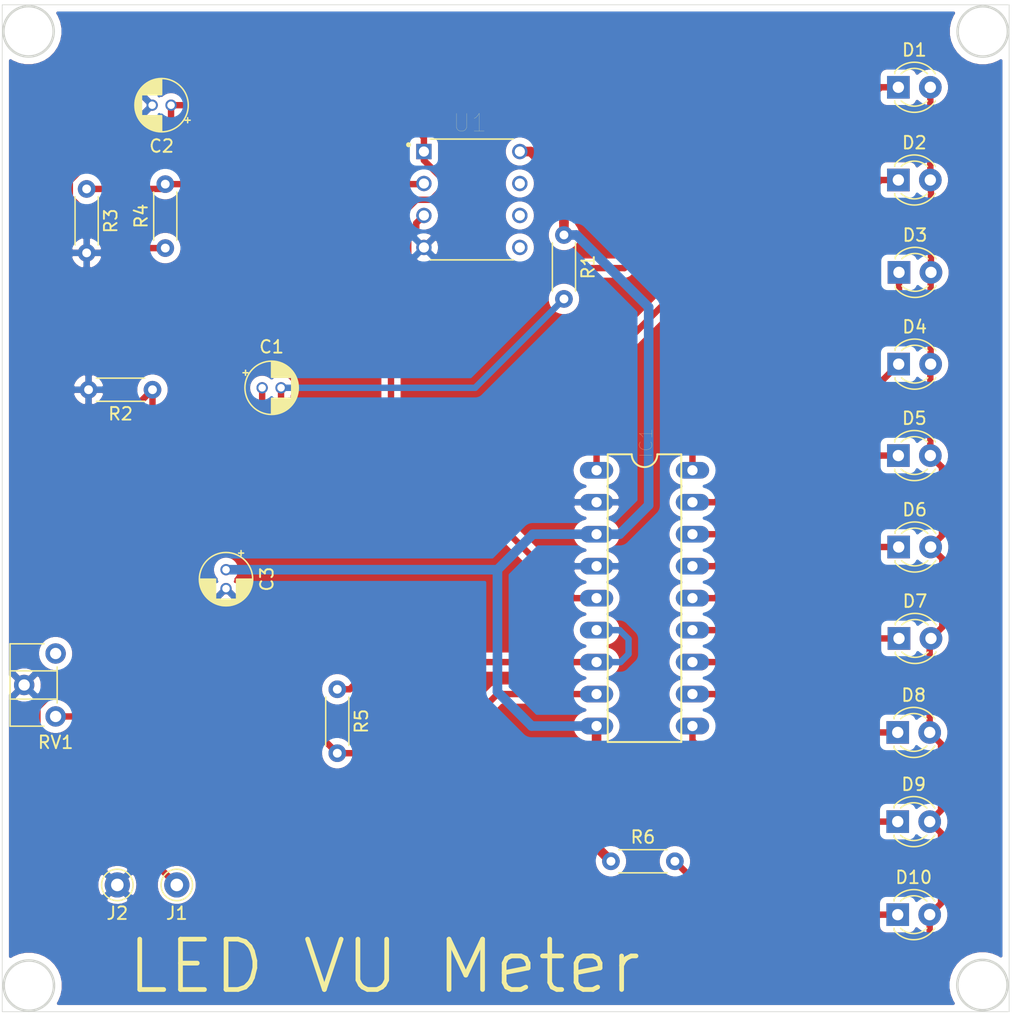
<source format=kicad_pcb>
(kicad_pcb (version 20171130) (host pcbnew "(5.1.5)-3")
  (layers (0 F.Cu signal) (31 B.Cu signal) (34 B.Paste user) (35 F.Paste user) (36 B.SilkS user) (37 F.SilkS user) (38 B.Mask user) (39 F.Mask user) (44 Edge.Cuts user))
  (net 0 "")
  (net 1 "Net-(C1-Pad1)")
  (net 2 "Net-(C1-Pad2)")
  (net 3 GND)
  (net 4 "Net-(C2-Pad1)")
  (net 5 +5V)
  (net 6 "Net-(D1-Pad1)")
  (net 7 "Net-(D1-Pad2)")
  (net 8 "Net-(D2-Pad1)")
  (net 9 "Net-(D3-Pad1)")
  (net 10 "Net-(D4-Pad1)")
  (net 11 "Net-(D5-Pad1)")
  (net 12 "Net-(D6-Pad1)")
  (net 13 "Net-(D7-Pad1)")
  (net 14 "Net-(D8-Pad1)")
  (net 15 "Net-(D9-Pad1)")
  (net 16 "Net-(D10-Pad1)")
  (net 17 "Net-(R3-Pad1)")
  (net 18 "Net-(RV1-Pad3)")
  (net 19 "Net-(IC1-Pad6)")
  (net 20 "Net-(IC1-Pad8)")
  (module Capacitor_THT:CP_Radial_D4.0mm_P1.50mm (layer F.Cu) (at 120.65 80.9752)
    (fp_text reference C1 (at 0.75 -3.25) (layer F.SilkS))
    (fp_text value 0.1uF)
    (pad 1 thru_hole circle (at 0 0) (size 0.9 0.9) (drill 0.6) (layers *.Cu *.Mask) (net 1 "Net-(C1-Pad1)"))
    (pad 2 thru_hole circle (at 1.5 0) (size 0.9 0.9) (drill 0.6) (layers *.Cu *.Mask) (net 2 "Net-(C1-Pad2)"))
  )
  (module Capacitor_THT:CP_Radial_D4.0mm_P1.50mm (layer F.Cu) (at 113.411 58.5216 180)
    (fp_text reference C2 (at 0.75 -3.25) (layer F.SilkS))
    (fp_text value 0.1uF)
    (pad 2 thru_hole circle (at 1.5 0 180) (size 0.9 0.9) (drill 0.6) (layers *.Cu *.Mask) (net 3 GND))
    (pad 1 thru_hole circle (at 0 0 180) (size 0.9 0.9) (drill 0.6) (layers *.Cu *.Mask) (net 4 "Net-(C2-Pad1)"))
  )
  (module Capacitor_THT:CP_Radial_D4.0mm_P1.50mm (layer F.Cu) (at 117.7798 95.4278 270)
    (fp_text reference C3 (at 0.75 -3.25 90) (layer F.SilkS))
    (fp_text value 0.1uF)
    (pad 1 thru_hole circle (at 0 0 270) (size 0.9 0.9) (drill 0.6) (layers *.Cu *.Mask) (net 5 +5V))
    (pad 2 thru_hole circle (at 1.5 0 270) (size 0.9 0.9) (drill 0.6) (layers *.Cu *.Mask) (net 3 GND))
  )
  (module LED_THT:LED_D3.0mm (layer F.Cu) (at 171.196 57.0992)
    (fp_text reference D1 (at 1.27 -2.96) (layer F.SilkS))
    (fp_text value LED)
    (pad 1 thru_hole rect (at 0 0) (size 1.8 1.8) (drill 0.9) (layers *.Cu *.Mask) (net 6 "Net-(D1-Pad1)"))
    (pad 2 thru_hole circle (at 2.54 0) (size 1.8 1.8) (drill 0.9) (layers *.Cu *.Mask) (net 7 "Net-(D1-Pad2)"))
  )
  (module LED_THT:LED_D3.0mm (layer F.Cu) (at 171.196 64.4652)
    (fp_text reference D2 (at 1.27 -2.96) (layer F.SilkS))
    (fp_text value LED)
    (pad 2 thru_hole circle (at 2.54 0) (size 1.8 1.8) (drill 0.9) (layers *.Cu *.Mask) (net 7 "Net-(D1-Pad2)"))
    (pad 1 thru_hole rect (at 0 0) (size 1.8 1.8) (drill 0.9) (layers *.Cu *.Mask) (net 8 "Net-(D2-Pad1)"))
  )
  (module LED_THT:LED_D3.0mm (layer F.Cu) (at 171.2468 71.8058)
    (fp_text reference D3 (at 1.27 -2.96) (layer F.SilkS))
    (fp_text value LED)
    (pad 1 thru_hole rect (at 0 0) (size 1.8 1.8) (drill 0.9) (layers *.Cu *.Mask) (net 9 "Net-(D3-Pad1)"))
    (pad 2 thru_hole circle (at 2.54 0) (size 1.8 1.8) (drill 0.9) (layers *.Cu *.Mask) (net 7 "Net-(D1-Pad2)"))
  )
  (module LED_THT:LED_D3.0mm (layer F.Cu) (at 171.2214 79.0956)
    (fp_text reference D4 (at 1.27 -2.96) (layer F.SilkS))
    (fp_text value LED)
    (pad 2 thru_hole circle (at 2.54 0) (size 1.8 1.8) (drill 0.9) (layers *.Cu *.Mask) (net 7 "Net-(D1-Pad2)"))
    (pad 1 thru_hole rect (at 0 0) (size 1.8 1.8) (drill 0.9) (layers *.Cu *.Mask) (net 10 "Net-(D4-Pad1)"))
  )
  (module LED_THT:LED_D3.0mm (layer F.Cu) (at 171.196 86.36)
    (fp_text reference D5 (at 1.27 -2.96) (layer F.SilkS))
    (fp_text value LED)
    (pad 1 thru_hole rect (at 0 0) (size 1.8 1.8) (drill 0.9) (layers *.Cu *.Mask) (net 11 "Net-(D5-Pad1)"))
    (pad 2 thru_hole circle (at 2.54 0) (size 1.8 1.8) (drill 0.9) (layers *.Cu *.Mask) (net 7 "Net-(D1-Pad2)"))
  )
  (module LED_THT:LED_D3.0mm (layer F.Cu) (at 171.2214 93.6244)
    (fp_text reference D6 (at 1.27 -2.96) (layer F.SilkS))
    (fp_text value LED)
    (pad 2 thru_hole circle (at 2.54 0) (size 1.8 1.8) (drill 0.9) (layers *.Cu *.Mask) (net 7 "Net-(D1-Pad2)"))
    (pad 1 thru_hole rect (at 0 0) (size 1.8 1.8) (drill 0.9) (layers *.Cu *.Mask) (net 12 "Net-(D6-Pad1)"))
  )
  (module LED_THT:LED_D3.0mm (layer F.Cu) (at 171.2468 100.8888)
    (fp_text reference D7 (at 1.27 -2.96) (layer F.SilkS))
    (fp_text value LED)
    (pad 1 thru_hole rect (at 0 0) (size 1.8 1.8) (drill 0.9) (layers *.Cu *.Mask) (net 13 "Net-(D7-Pad1)"))
    (pad 2 thru_hole circle (at 2.54 0) (size 1.8 1.8) (drill 0.9) (layers *.Cu *.Mask) (net 7 "Net-(D1-Pad2)"))
  )
  (module LED_THT:LED_D3.0mm (layer F.Cu) (at 171.1452 108.3564)
    (fp_text reference D8 (at 1.27 -2.96) (layer F.SilkS))
    (fp_text value LED)
    (pad 2 thru_hole circle (at 2.54 0) (size 1.8 1.8) (drill 0.9) (layers *.Cu *.Mask) (net 7 "Net-(D1-Pad2)"))
    (pad 1 thru_hole rect (at 0 0) (size 1.8 1.8) (drill 0.9) (layers *.Cu *.Mask) (net 14 "Net-(D8-Pad1)"))
  )
  (module LED_THT:LED_D3.0mm (layer F.Cu) (at 171.1452 115.443)
    (fp_text reference D9 (at 1.27 -2.96) (layer F.SilkS))
    (fp_text value LED)
    (pad 1 thru_hole rect (at 0 0) (size 1.8 1.8) (drill 0.9) (layers *.Cu *.Mask) (net 15 "Net-(D9-Pad1)"))
    (pad 2 thru_hole circle (at 2.54 0) (size 1.8 1.8) (drill 0.9) (layers *.Cu *.Mask) (net 7 "Net-(D1-Pad2)"))
  )
  (module LED_THT:LED_D3.0mm (layer F.Cu) (at 171.1452 122.8344)
    (fp_text reference D10 (at 1.27 -2.96) (layer F.SilkS))
    (fp_text value LED)
    (pad 2 thru_hole circle (at 2.54 0) (size 1.8 1.8) (drill 0.9) (layers *.Cu *.Mask) (net 7 "Net-(D1-Pad2)"))
    (pad 1 thru_hole rect (at 0 0) (size 1.8 1.8) (drill 0.9) (layers *.Cu *.Mask) (net 16 "Net-(D10-Pad1)"))
  )
  (module Resistor_THT:R_Axial_DIN0204_L3.6mm_D1.6mm_P5.08mm_Horizontal (layer F.Cu) (at 144.6276 68.834 270)
    (fp_text reference R1 (at 2.54 -1.92 90) (layer F.SilkS))
    (fp_text value 10k)
    (pad 1 thru_hole circle (at 0 0 270) (size 1.4 1.4) (drill 0.7) (layers *.Cu *.Mask) (net 5 +5V))
    (pad 2 thru_hole oval (at 5.08 0 270) (size 1.4 1.4) (drill 0.7) (layers *.Cu *.Mask) (net 2 "Net-(C1-Pad2)"))
  )
  (module Resistor_THT:R_Axial_DIN0204_L3.6mm_D1.6mm_P5.08mm_Horizontal (layer F.Cu) (at 111.9378 81.1276 180)
    (fp_text reference R2 (at 2.54 -1.92) (layer F.SilkS))
    (fp_text value 100k)
    (pad 2 thru_hole oval (at 5.08 0 180) (size 1.4 1.4) (drill 0.7) (layers *.Cu *.Mask) (net 3 GND))
    (pad 1 thru_hole circle (at 0 0 180) (size 1.4 1.4) (drill 0.7) (layers *.Cu *.Mask) (net 1 "Net-(C1-Pad1)"))
  )
  (module Resistor_THT:R_Axial_DIN0204_L3.6mm_D1.6mm_P5.08mm_Horizontal (layer F.Cu) (at 106.7054 65.1764 270)
    (fp_text reference R3 (at 2.54 -1.92 90) (layer F.SilkS))
    (fp_text value 1k)
    (pad 1 thru_hole circle (at 0 0 270) (size 1.4 1.4) (drill 0.7) (layers *.Cu *.Mask) (net 17 "Net-(R3-Pad1)"))
    (pad 2 thru_hole oval (at 5.08 0 270) (size 1.4 1.4) (drill 0.7) (layers *.Cu *.Mask) (net 3 GND))
  )
  (module Resistor_THT:R_Axial_DIN0204_L3.6mm_D1.6mm_P5.08mm_Horizontal (layer F.Cu) (at 112.9538 69.8754 90)
    (fp_text reference R4 (at 2.54 -1.92 90) (layer F.SilkS))
    (fp_text value 100k)
    (pad 2 thru_hole oval (at 5.08 0 90) (size 1.4 1.4) (drill 0.7) (layers *.Cu *.Mask) (net 17 "Net-(R3-Pad1)"))
    (pad 1 thru_hole circle (at 0 0 90) (size 1.4 1.4) (drill 0.7) (layers *.Cu *.Mask) (net 4 "Net-(C2-Pad1)"))
  )
  (module Resistor_THT:R_Axial_DIN0204_L3.6mm_D1.6mm_P5.08mm_Horizontal (layer F.Cu) (at 126.619 104.9274 270)
    (fp_text reference R5 (at 2.54 -1.92 90) (layer F.SilkS))
    (fp_text value 1k)
    (pad 2 thru_hole oval (at 5.08 0 270) (size 1.4 1.4) (drill 0.7) (layers *.Cu *.Mask) (net 20 "Net-(IC1-Pad8)"))
    (pad 1 thru_hole circle (at 0 0 270) (size 1.4 1.4) (drill 0.7) (layers *.Cu *.Mask) (net 19 "Net-(IC1-Pad6)"))
  )
  (module Resistor_THT:R_Axial_DIN0204_L3.6mm_D1.6mm_P5.08mm_Horizontal (layer F.Cu) (at 148.3614 118.5926)
    (fp_text reference R6 (at 2.54 -1.92) (layer F.SilkS))
    (fp_text value 1k)
    (pad 1 thru_hole circle (at 0 0) (size 1.4 1.4) (drill 0.7) (layers *.Cu *.Mask) (net 5 +5V))
    (pad 2 thru_hole oval (at 5.08 0) (size 1.4 1.4) (drill 0.7) (layers *.Cu *.Mask) (net 7 "Net-(D1-Pad2)"))
  )
  (module Potentiometer_THT:Potentiometer_ACP_CA6-H2,5_Horizontal (layer F.Cu) (at 104.2416 107.0864 180)
    (fp_text reference RV1 (at 0 -2.06) (layer F.SilkS))
    (fp_text value 47k)
    (pad 3 thru_hole circle (at 0 5 180) (size 1.62 1.62) (drill 0.9) (layers *.Cu *.Mask) (net 18 "Net-(RV1-Pad3)"))
    (pad 2 thru_hole circle (at 2.5 2.5 180) (size 1.62 1.62) (drill 0.9) (layers *.Cu *.Mask) (net 3 GND))
    (pad 1 thru_hole circle (at 0 0 180) (size 1.62 1.62) (drill 0.9) (layers *.Cu *.Mask) (net 20 "Net-(IC1-Pad8)"))
  )
  (module LM3914N:DIL18 (layer F.Cu) (at 151.0284 97.6884 270)
    (fp_text reference IC1 (at -12.33872 -0.12721 270) (layer F.SilkS) (effects (font (size 1.001606 1.001606) (thickness 0.015))))
    (fp_text value LM3914N)
    (pad 1 thru_hole oval (at -10.16 3.81 270) (size 1.3208 2.6416) (drill 0.8128) (layers *.Cu *.Mask) (net 6 "Net-(D1-Pad1)"))
    (pad 2 thru_hole oval (at -7.62 3.81 270) (size 1.3208 2.6416) (drill 0.8128) (layers *.Cu *.Mask) (net 3 GND))
    (pad 7 thru_hole oval (at 5.08 3.81 270) (size 1.3208 2.6416) (drill 0.8128) (layers *.Cu *.Mask) (net 19 "Net-(IC1-Pad6)"))
    (pad 8 thru_hole oval (at 7.62 3.81 270) (size 1.3208 2.6416) (drill 0.8128) (layers *.Cu *.Mask) (net 20 "Net-(IC1-Pad8)"))
    (pad 3 thru_hole oval (at -5.08 3.81 270) (size 1.3208 2.6416) (drill 0.8128) (layers *.Cu *.Mask) (net 5 +5V))
    (pad 4 thru_hole oval (at -2.54 3.81 270) (size 1.3208 2.6416) (drill 0.8128) (layers *.Cu *.Mask) (net 3 GND))
    (pad 6 thru_hole oval (at 2.54 3.81 270) (size 1.3208 2.6416) (drill 0.8128) (layers *.Cu *.Mask) (net 19 "Net-(IC1-Pad6)"))
    (pad 5 thru_hole oval (at 0 3.81 270) (size 1.3208 2.6416) (drill 0.8128) (layers *.Cu *.Mask) (net 4 "Net-(C2-Pad1)"))
    (pad 9 thru_hole oval (at 10.16 3.81 270) (size 1.3208 2.6416) (drill 0.8128) (layers *.Cu *.Mask) (net 5 +5V))
    (pad 10 thru_hole oval (at 10.16 -3.81 270) (size 1.3208 2.6416) (drill 0.8128) (layers *.Cu *.Mask) (net 16 "Net-(D10-Pad1)"))
    (pad 11 thru_hole oval (at 7.62 -3.81 270) (size 1.3208 2.6416) (drill 0.8128) (layers *.Cu *.Mask) (net 15 "Net-(D9-Pad1)"))
    (pad 12 thru_hole oval (at 5.08 -3.81 270) (size 1.3208 2.6416) (drill 0.8128) (layers *.Cu *.Mask) (net 14 "Net-(D8-Pad1)"))
    (pad 13 thru_hole oval (at 2.54 -3.81 270) (size 1.3208 2.6416) (drill 0.8128) (layers *.Cu *.Mask) (net 13 "Net-(D7-Pad1)"))
    (pad 14 thru_hole oval (at 0 -3.81 270) (size 1.3208 2.6416) (drill 0.8128) (layers *.Cu *.Mask) (net 12 "Net-(D6-Pad1)"))
    (pad 15 thru_hole oval (at -2.54 -3.81 270) (size 1.3208 2.6416) (drill 0.8128) (layers *.Cu *.Mask) (net 11 "Net-(D5-Pad1)"))
    (pad 16 thru_hole oval (at -5.08 -3.81 270) (size 1.3208 2.6416) (drill 0.8128) (layers *.Cu *.Mask) (net 10 "Net-(D4-Pad1)"))
    (pad 17 thru_hole oval (at -7.62 -3.81 270) (size 1.3208 2.6416) (drill 0.8128) (layers *.Cu *.Mask) (net 9 "Net-(D3-Pad1)"))
    (pad 18 thru_hole oval (at -10.16 -3.81 270) (size 1.3208 2.6416) (drill 0.8128) (layers *.Cu *.Mask) (net 8 "Net-(D2-Pad1)"))
  )
  (module LM358N:DIP762W46P254L960H508Q8 (layer F.Cu) (at 137.3124 66.0146)
    (fp_text reference U1 (at -0.155 -6.089) (layer F.SilkS) (effects (font (size 1.4 1.4) (thickness 0.015))))
    (fp_text value LM358N)
    (pad 1 thru_hole rect (at -3.81 -3.81) (size 1.22 1.22) (drill 0.81) (layers *.Cu *.Mask) (net 4 "Net-(C2-Pad1)"))
    (pad 2 thru_hole circle (at -3.81 -1.27) (size 1.22 1.22) (drill 0.81) (layers *.Cu *.Mask) (net 17 "Net-(R3-Pad1)"))
    (pad 3 thru_hole circle (at -3.81 1.27) (size 1.22 1.22) (drill 0.81) (layers *.Cu *.Mask) (net 1 "Net-(C1-Pad1)"))
    (pad 4 thru_hole circle (at -3.81 3.81) (size 1.22 1.22) (drill 0.81) (layers *.Cu *.Mask) (net 3 GND))
    (pad 5 thru_hole circle (at 3.81 3.81) (size 1.22 1.22) (drill 0.81) (layers *.Cu *.Mask))
    (pad 6 thru_hole circle (at 3.81 1.27) (size 1.22 1.22) (drill 0.81) (layers *.Cu *.Mask))
    (pad 7 thru_hole circle (at 3.81 -1.27) (size 1.22 1.22) (drill 0.81) (layers *.Cu *.Mask))
    (pad 8 thru_hole circle (at 3.81 -3.81) (size 1.22 1.22) (drill 0.81) (layers *.Cu *.Mask) (net 5 +5V))
  )
  (module Connector_Pin:Pin_D1.0mm_L10.0mm (layer F.Cu) (at 113.8682 120.4722)
    (fp_text reference J1 (at 0 2.25) (layer F.SilkS))
    (fp_text value "+ pin")
    (pad 1 thru_hole circle (at 0 0) (size 2 2) (drill 1) (layers *.Cu *.Mask) (net 2 "Net-(C1-Pad2)"))
  )
  (module Connector_Pin:Pin_D1.0mm_L10.0mm (layer F.Cu) (at 109.1438 120.4722)
    (fp_text reference J2 (at 0 2.25) (layer F.SilkS))
    (fp_text value "- pin")
    (pad 1 thru_hole circle (at 0 0) (size 2 2) (drill 1) (layers *.Cu *.Mask) (net 3 GND))
  )
  (gr_circle (center 102.0892 52.6542) (end 104.0892 52.6542) (layer Edge.Cuts) (width 0.2))
  (gr_circle (center 177.9016 52.6608) (end 179.9016 52.6608) (layer Edge.Cuts) (width 0.2))
  (gr_circle (center 177.8762 128.429) (end 179.8762 128.429) (layer Edge.Cuts) (width 0.2))
  (gr_circle (center 102.1146 128.4732) (end 104.1146 128.4732) (layer Edge.Cuts) (width 0.2))
  (gr_text "LED VU Meter" (at 130.3528 126.9492) (layer F.SilkS) (effects (font (size 4 4) (thickness 0.375))))
  (gr_line (start 100 130.546) (end 100 50.546) (layer Edge.Cuts) (width 0.05))
  (gr_line (start 180 130.546) (end 100 130.546) (layer Edge.Cuts) (width 0.05))
  (gr_line (start 180 50.546) (end 180 130.546) (layer Edge.Cuts) (width 0.05))
  (gr_line (start 100 50.546) (end 180 50.546) (layer Edge.Cuts) (width 0.05))
  (segment (start 112.522 83.2358) (end 119.4974 83.2358) (width 0.508) (layer F.Cu) (net 1))
  (segment (start 119.4974 83.2358) (end 120.65 82.0832) (width 0.508) (layer F.Cu) (net 1))
  (segment (start 111.9378 82.6516) (end 112.522 83.2358) (width 0.508) (layer F.Cu) (net 1))
  (segment (start 120.65 82.0832) (end 120.65 80.9752) (width 0.508) (layer F.Cu) (net 1))
  (segment (start 111.9378 81.1276) (end 111.9378 82.6516) (width 0.508) (layer F.Cu) (net 1))
  (segment (start 132.892401 67.894599) (end 133.5024 67.2846) (width 0.508) (layer F.Cu) (net 1))
  (segment (start 132.257399 68.885201) (end 132.892401 68.250199) (width 0.508) (layer F.Cu) (net 1))
  (segment (start 132.257399 70.422201) (end 132.257399 68.885201) (width 0.508) (layer F.Cu) (net 1))
  (segment (start 101.67618 61.010922) (end 107.178523 55.508579) (width 0.508) (layer F.Cu) (net 1))
  (segment (start 149.426648 71.464401) (end 133.299599 71.464401) (width 0.508) (layer F.Cu) (net 1))
  (segment (start 132.892401 68.250199) (end 132.892401 67.894599) (width 0.508) (layer F.Cu) (net 1))
  (segment (start 109.713789 83.351611) (end 105.84876 83.351611) (width 0.508) (layer F.Cu) (net 1))
  (segment (start 148.116979 55.508579) (end 152.7302 60.1218) (width 0.508) (layer F.Cu) (net 1))
  (segment (start 101.67618 79.179031) (end 101.67618 61.010922) (width 0.508) (layer F.Cu) (net 1))
  (segment (start 111.9378 81.1276) (end 109.713789 83.351611) (width 0.508) (layer F.Cu) (net 1))
  (segment (start 105.84876 83.351611) (end 101.67618 79.179031) (width 0.508) (layer F.Cu) (net 1))
  (segment (start 107.178523 55.508579) (end 148.116979 55.508579) (width 0.508) (layer F.Cu) (net 1))
  (segment (start 152.7302 60.1218) (end 152.7302 68.160849) (width 0.508) (layer F.Cu) (net 1))
  (segment (start 152.7302 68.160849) (end 149.426648 71.464401) (width 0.508) (layer F.Cu) (net 1))
  (segment (start 133.299599 71.464401) (end 132.257399 70.422201) (width 0.508) (layer F.Cu) (net 1))
  (segment (start 113.168201 119.772201) (end 113.8682 120.4722) (width 0.508) (layer F.Cu) (net 2))
  (segment (start 102.796599 109.400599) (end 113.168201 119.772201) (width 0.508) (layer F.Cu) (net 2))
  (segment (start 122.15 87.039398) (end 102.796599 106.392799) (width 0.508) (layer F.Cu) (net 2))
  (segment (start 102.796599 106.392799) (end 102.796599 109.400599) (width 0.508) (layer F.Cu) (net 2))
  (segment (start 122.15 80.9752) (end 122.15 87.039398) (width 0.508) (layer F.Cu) (net 2))
  (segment (start 137.5664 80.9752) (end 144.6276 73.914) (width 0.508) (layer B.Cu) (net 2))
  (segment (start 122.15 80.9752) (end 137.5664 80.9752) (width 0.508) (layer B.Cu) (net 2))
  (segment (start 106.7054 80.9752) (end 106.8578 81.1276) (width 0.508) (layer F.Cu) (net 3))
  (segment (start 133.5024 61.0866) (end 133.5024 62.2046) (width 0.508) (layer F.Cu) (net 4))
  (segment (start 130.9374 58.5216) (end 133.5024 61.0866) (width 0.508) (layer F.Cu) (net 4))
  (segment (start 113.411 58.5216) (end 130.9374 58.5216) (width 0.508) (layer F.Cu) (net 4))
  (segment (start 105.370399 65.817201) (end 105.370399 64.535599) (width 0.508) (layer F.Cu) (net 4))
  (segment (start 112.9538 69.8754) (end 109.428598 69.8754) (width 0.508) (layer F.Cu) (net 4))
  (segment (start 105.370399 64.535599) (end 109.199998 60.706) (width 0.508) (layer F.Cu) (net 4))
  (segment (start 109.428598 69.8754) (end 105.370399 65.817201) (width 0.508) (layer F.Cu) (net 4))
  (segment (start 113.411 59.6296) (end 113.411 58.5216) (width 0.508) (layer F.Cu) (net 4))
  (segment (start 112.3346 60.706) (end 113.411 59.6296) (width 0.508) (layer F.Cu) (net 4))
  (segment (start 109.199998 60.706) (end 112.3346 60.706) (width 0.508) (layer F.Cu) (net 4))
  (segment (start 132.904799 66.039599) (end 130.8862 68.058198) (width 0.508) (layer F.Cu) (net 4))
  (segment (start 133.5024 62.901998) (end 135.1026 64.502198) (width 0.508) (layer F.Cu) (net 4))
  (segment (start 133.5024 62.2046) (end 133.5024 62.901998) (width 0.508) (layer F.Cu) (net 4))
  (segment (start 134.100001 66.039599) (end 132.904799 66.039599) (width 0.508) (layer F.Cu) (net 4))
  (segment (start 135.1026 64.502198) (end 135.1026 65.037) (width 0.508) (layer F.Cu) (net 4))
  (segment (start 135.1026 65.037) (end 134.100001 66.039599) (width 0.508) (layer F.Cu) (net 4))
  (segment (start 145.3896 97.6884) (end 147.2184 97.6884) (width 0.508) (layer F.Cu) (net 4))
  (segment (start 130.8862 83.185) (end 145.3896 97.6884) (width 0.508) (layer F.Cu) (net 4))
  (segment (start 130.8862 68.058198) (end 130.8862 83.185) (width 0.508) (layer F.Cu) (net 4))
  (segment (start 147.2184 113.687402) (end 147.2184 107.8484) (width 0.762) (layer F.Cu) (net 5))
  (segment (start 144.6276 67.844051) (end 144.6276 68.834) (width 0.762) (layer F.Cu) (net 5))
  (segment (start 144.6276 64.84713) (end 144.6276 67.844051) (width 0.762) (layer F.Cu) (net 5))
  (segment (start 141.98507 62.2046) (end 144.6276 64.84713) (width 0.762) (layer F.Cu) (net 5))
  (segment (start 141.1224 62.2046) (end 141.98507 62.2046) (width 0.762) (layer F.Cu) (net 5))
  (segment (start 117.7798 95.4278) (end 139.3444 95.4278) (width 0.762) (layer B.Cu) (net 5))
  (segment (start 142.1638 92.6084) (end 147.2184 92.6084) (width 0.762) (layer B.Cu) (net 5))
  (segment (start 139.3444 95.4278) (end 142.1638 92.6084) (width 0.762) (layer B.Cu) (net 5))
  (segment (start 139.3444 95.4278) (end 139.3444 105.1306) (width 0.762) (layer B.Cu) (net 5))
  (segment (start 142.0622 107.8484) (end 147.2184 107.8484) (width 0.762) (layer B.Cu) (net 5))
  (segment (start 139.3444 105.1306) (end 142.0622 107.8484) (width 0.762) (layer B.Cu) (net 5))
  (segment (start 145.617549 68.834) (end 151.3586 74.575051) (width 0.762) (layer B.Cu) (net 5))
  (segment (start 144.6276 68.834) (end 145.617549 68.834) (width 0.762) (layer B.Cu) (net 5))
  (segment (start 149.0472 92.6084) (end 147.2184 92.6084) (width 0.762) (layer B.Cu) (net 5))
  (segment (start 151.3586 90.297) (end 149.0472 92.6084) (width 0.762) (layer B.Cu) (net 5))
  (segment (start 151.3586 74.575051) (end 151.3586 90.297) (width 0.762) (layer B.Cu) (net 5))
  (segment (start 147.2184 117.4496) (end 148.3614 118.5926) (width 0.762) (layer F.Cu) (net 5))
  (segment (start 147.2184 113.687402) (end 147.2184 117.4496) (width 0.762) (layer F.Cu) (net 5))
  (segment (start 169.788 57.0992) (end 171.196 57.0992) (width 0.508) (layer F.Cu) (net 6))
  (segment (start 147.2184 79.6688) (end 169.788 57.0992) (width 0.508) (layer F.Cu) (net 6))
  (segment (start 147.2184 87.5284) (end 147.2184 79.6688) (width 0.508) (layer F.Cu) (net 6))
  (segment (start 173.6852 124.687298) (end 173.6852 122.8344) (width 0.508) (layer F.Cu) (net 7))
  (segment (start 174.585199 116.342999) (end 173.6852 115.443) (width 0.508) (layer F.Cu) (net 7))
  (segment (start 174.585199 121.934401) (end 174.585199 116.342999) (width 0.508) (layer F.Cu) (net 7))
  (segment (start 173.6852 122.8344) (end 174.585199 121.934401) (width 0.508) (layer F.Cu) (net 7))
  (segment (start 174.585199 114.543001) (end 174.585199 109.256399) (width 0.508) (layer F.Cu) (net 7))
  (segment (start 174.585199 109.256399) (end 173.6852 108.3564) (width 0.508) (layer F.Cu) (net 7))
  (segment (start 173.6852 115.443) (end 174.585199 114.543001) (width 0.508) (layer F.Cu) (net 7))
  (segment (start 173.6852 100.9904) (end 173.7868 100.8888) (width 0.508) (layer F.Cu) (net 7))
  (segment (start 173.6852 108.3564) (end 173.6852 100.9904) (width 0.508) (layer F.Cu) (net 7))
  (segment (start 174.661399 94.524399) (end 173.7614 93.6244) (width 0.508) (layer F.Cu) (net 7))
  (segment (start 174.686799 99.988801) (end 174.686799 94.549799) (width 0.508) (layer F.Cu) (net 7))
  (segment (start 174.686799 94.549799) (end 174.661399 94.524399) (width 0.508) (layer F.Cu) (net 7))
  (segment (start 173.7868 100.8888) (end 174.686799 99.988801) (width 0.508) (layer F.Cu) (net 7))
  (segment (start 174.635999 87.259999) (end 173.736 86.36) (width 0.508) (layer F.Cu) (net 7))
  (segment (start 174.661399 87.285399) (end 174.635999 87.259999) (width 0.508) (layer F.Cu) (net 7))
  (segment (start 174.661399 92.724401) (end 174.661399 87.285399) (width 0.508) (layer F.Cu) (net 7))
  (segment (start 173.7614 93.6244) (end 174.661399 92.724401) (width 0.508) (layer F.Cu) (net 7))
  (segment (start 173.736 79.121) (end 173.7614 79.0956) (width 0.508) (layer F.Cu) (net 7))
  (segment (start 173.736 86.36) (end 173.736 79.121) (width 0.508) (layer F.Cu) (net 7))
  (segment (start 173.7614 71.8312) (end 173.7868 71.8058) (width 0.508) (layer F.Cu) (net 7))
  (segment (start 173.7614 79.0956) (end 173.7614 71.8312) (width 0.508) (layer F.Cu) (net 7))
  (segment (start 173.7868 64.516) (end 173.736 64.4652) (width 0.508) (layer F.Cu) (net 7))
  (segment (start 173.7868 71.8058) (end 173.7868 64.516) (width 0.508) (layer F.Cu) (net 7))
  (segment (start 173.736 63.192408) (end 173.736 57.0992) (width 0.508) (layer F.Cu) (net 7))
  (segment (start 173.736 64.4652) (end 173.736 63.192408) (width 0.508) (layer F.Cu) (net 7))
  (segment (start 172.643149 125.729349) (end 173.6852 124.687298) (width 0.508) (layer F.Cu) (net 7))
  (segment (start 160.578149 125.729349) (end 172.643149 125.729349) (width 0.508) (layer F.Cu) (net 7))
  (segment (start 153.4414 118.5926) (end 160.578149 125.729349) (width 0.508) (layer F.Cu) (net 7))
  (segment (start 169.788 64.4652) (end 171.196 64.4652) (width 0.508) (layer F.Cu) (net 8))
  (segment (start 154.8384 79.4148) (end 169.788 64.4652) (width 0.508) (layer F.Cu) (net 8))
  (segment (start 154.8384 87.5284) (end 154.8384 79.4148) (width 0.508) (layer F.Cu) (net 8))
  (segment (start 171.2468 73.2138) (end 171.2468 71.8058) (width 0.508) (layer F.Cu) (net 9))
  (segment (start 171.2468 75.4888) (end 171.2468 73.2138) (width 0.508) (layer F.Cu) (net 9))
  (segment (start 156.6672 90.0684) (end 171.2468 75.4888) (width 0.508) (layer F.Cu) (net 9))
  (segment (start 154.8384 90.0684) (end 156.6672 90.0684) (width 0.508) (layer F.Cu) (net 9))
  (segment (start 157.7086 92.6084) (end 171.2214 79.0956) (width 0.508) (layer F.Cu) (net 10))
  (segment (start 154.8384 92.6084) (end 157.7086 92.6084) (width 0.508) (layer F.Cu) (net 10))
  (segment (start 169.788 86.36) (end 171.196 86.36) (width 0.508) (layer F.Cu) (net 11))
  (segment (start 165.4556 86.36) (end 169.788 86.36) (width 0.508) (layer F.Cu) (net 11))
  (segment (start 156.6672 95.1484) (end 165.4556 86.36) (width 0.508) (layer F.Cu) (net 11))
  (segment (start 154.8384 95.1484) (end 156.6672 95.1484) (width 0.508) (layer F.Cu) (net 11))
  (segment (start 154.8384 97.6884) (end 156.6672 97.6884) (width 0.508) (layer F.Cu) (net 12))
  (segment (start 160.7312 93.6244) (end 171.2214 93.6244) (width 0.508) (layer F.Cu) (net 12))
  (segment (start 156.6672 97.6884) (end 160.7312 93.6244) (width 0.508) (layer F.Cu) (net 12))
  (segment (start 154.8384 100.2284) (end 164.3126 100.2284) (width 0.508) (layer F.Cu) (net 13))
  (segment (start 164.973 100.8888) (end 171.2468 100.8888) (width 0.508) (layer F.Cu) (net 13))
  (segment (start 164.3126 100.2284) (end 164.973 100.8888) (width 0.508) (layer F.Cu) (net 13))
  (segment (start 154.8384 102.7684) (end 159.004 102.7684) (width 0.508) (layer F.Cu) (net 14))
  (segment (start 164.592 108.3564) (end 171.1452 108.3564) (width 0.508) (layer F.Cu) (net 14))
  (segment (start 159.004 102.7684) (end 164.592 108.3564) (width 0.508) (layer F.Cu) (net 14))
  (segment (start 166.8018 115.443) (end 171.1452 115.443) (width 0.508) (layer F.Cu) (net 15))
  (segment (start 154.8384 105.3084) (end 156.6672 105.3084) (width 0.508) (layer F.Cu) (net 15))
  (segment (start 156.6672 105.3084) (end 166.8018 115.443) (width 0.508) (layer F.Cu) (net 15))
  (segment (start 169.7372 122.8344) (end 171.1452 122.8344) (width 0.508) (layer F.Cu) (net 16))
  (segment (start 154.8384 109.0168) (end 168.656 122.8344) (width 0.508) (layer F.Cu) (net 16))
  (segment (start 168.656 122.8344) (end 169.7372 122.8344) (width 0.508) (layer F.Cu) (net 16))
  (segment (start 154.8384 107.8484) (end 154.8384 109.0168) (width 0.508) (layer F.Cu) (net 16))
  (segment (start 112.5728 65.1764) (end 112.9538 64.7954) (width 0.508) (layer F.Cu) (net 17))
  (segment (start 106.7054 65.1764) (end 112.5728 65.1764) (width 0.508) (layer F.Cu) (net 17))
  (segment (start 133.4516 64.7954) (end 133.5024 64.7446) (width 0.508) (layer F.Cu) (net 17))
  (segment (start 112.9538 64.7954) (end 133.4516 64.7954) (width 0.508) (layer F.Cu) (net 17))
  (segment (start 145.3896 102.7684) (end 147.2184 102.7684) (width 0.508) (layer F.Cu) (net 19))
  (segment (start 129.767949 102.7684) (end 145.3896 102.7684) (width 0.508) (layer F.Cu) (net 19))
  (segment (start 127.608949 104.9274) (end 129.767949 102.7684) (width 0.508) (layer F.Cu) (net 19))
  (segment (start 126.619 104.9274) (end 127.608949 104.9274) (width 0.508) (layer F.Cu) (net 19))
  (segment (start 149.0472 100.2284) (end 149.7584 100.9396) (width 0.508) (layer B.Cu) (net 19))
  (segment (start 147.2184 100.2284) (end 149.0472 100.2284) (width 0.508) (layer B.Cu) (net 19))
  (segment (start 149.7584 100.9396) (end 149.7584 102.1334) (width 0.508) (layer B.Cu) (net 19))
  (segment (start 149.1234 102.7684) (end 147.2184 102.7684) (width 0.508) (layer B.Cu) (net 19))
  (segment (start 149.7584 102.1334) (end 149.1234 102.7684) (width 0.508) (layer B.Cu) (net 19))
  (segment (start 126.619 110.0074) (end 134.6454 110.0074) (width 0.508) (layer F.Cu) (net 20))
  (segment (start 139.3444 105.3084) (end 147.2184 105.3084) (width 0.508) (layer F.Cu) (net 20))
  (segment (start 134.6454 110.0074) (end 139.3444 105.3084) (width 0.508) (layer F.Cu) (net 20))
  (segment (start 123.698 107.0864) (end 126.619 110.0074) (width 0.508) (layer F.Cu) (net 20))
  (segment (start 104.2416 107.0864) (end 123.698 107.0864) (width 0.508) (layer F.Cu) (net 20))
  (zone (net 3) (net_name GND) (layer F.Cu) (connect_pads (clearance 0.508)) (min_thickness 0.254) (fill yes (arc_segments 32) (thermal_gap 0.508) (thermal_bridge_width 0.508))
    (polygon (pts (xy 181.1528 130.7846) (xy 99.822 130.81) (xy 99.822 50.292) (xy 181.102 50.165)))
  )
  (zone (net 3) (net_name GND) (layer B.Cu) (connect_pads (clearance 0.508)) (min_thickness 0.254) (fill yes (arc_segments 32) (thermal_gap 0.508) (thermal_bridge_width 0.508))
    (polygon (pts (xy 181.1782 130.7592) (xy 99.822 130.81) (xy 99.822 50.2666) (xy 181.0766 50.1904)))
  )
)
</source>
